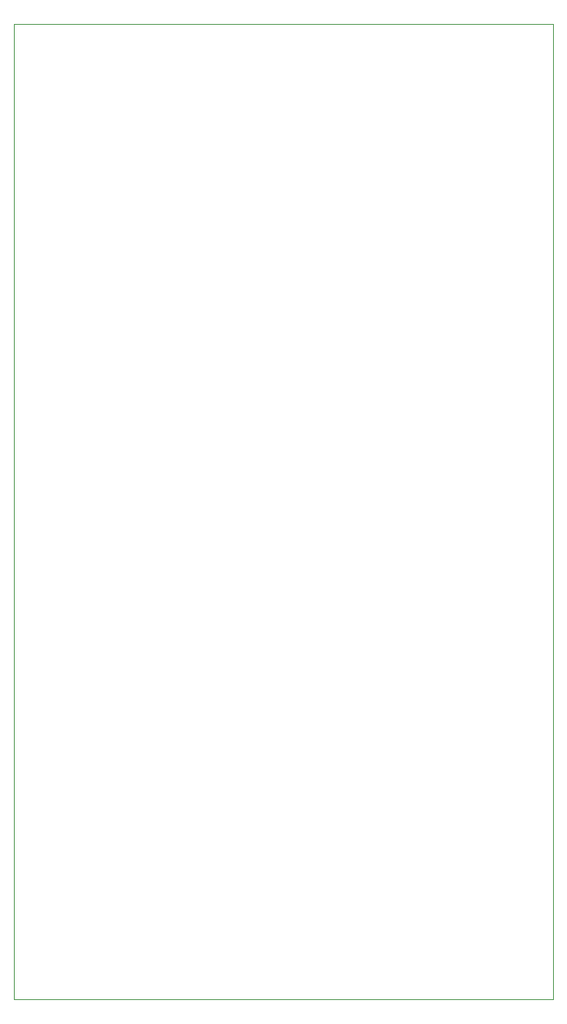
<source format=gbr>
%TF.GenerationSoftware,KiCad,Pcbnew,(6.0.11-0)*%
%TF.CreationDate,2023-04-24T22:27:55+02:00*%
%TF.ProjectId,plaits,706c6169-7473-42e6-9b69-6361645f7063,rev?*%
%TF.SameCoordinates,Original*%
%TF.FileFunction,Profile,NP*%
%FSLAX46Y46*%
G04 Gerber Fmt 4.6, Leading zero omitted, Abs format (unit mm)*
G04 Created by KiCad (PCBNEW (6.0.11-0)) date 2023-04-24 22:27:55*
%MOMM*%
%LPD*%
G01*
G04 APERTURE LIST*
%TA.AperFunction,Profile*%
%ADD10C,0.050000*%
%TD*%
G04 APERTURE END LIST*
D10*
X178018600Y-158343600D02*
X118983600Y-158343600D01*
X118983600Y-158343600D02*
X118983600Y-51663600D01*
X118983600Y-51663600D02*
X178018600Y-51663600D01*
X178018600Y-51663600D02*
X178018600Y-158343600D01*
M02*

</source>
